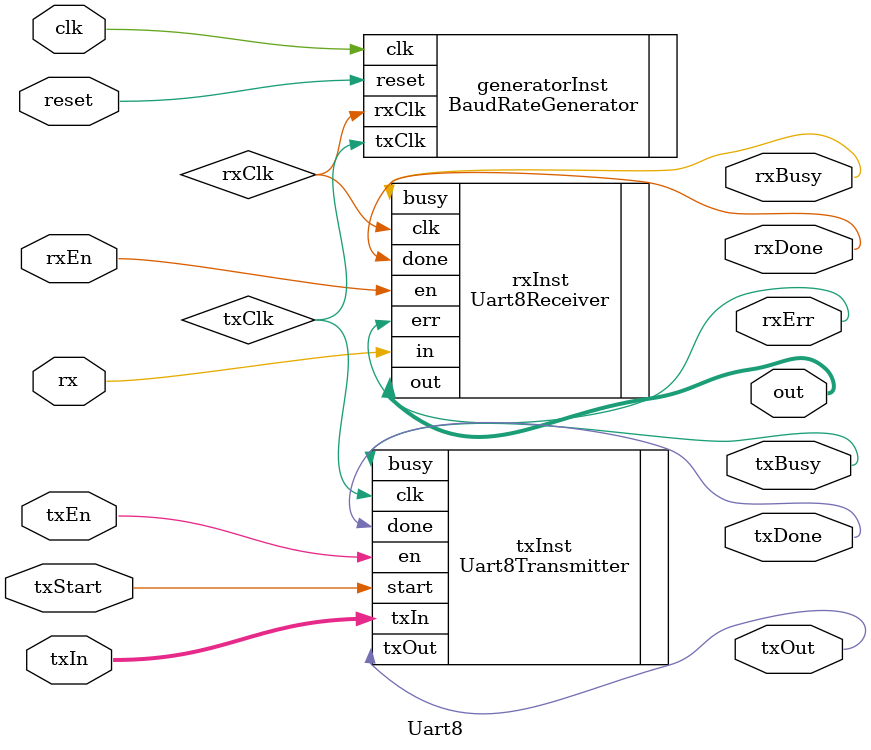
<source format=v>

/*
 * Simple 8-bit UART realization
 *
 * Able to transmit and receive 8 bits of serial data, one start bit,
 *   one stop bit
 */
module Uart8 #(
    parameter CLOCK_RATE   = 100000000, // board clock (default 100MHz)
    parameter BAUD_RATE    = 9600,
    parameter TURBO_FRAMES = 0          // see Uart8Transmitter
)(
    input wire clk, // board clock (*note: at the {CLOCK_RATE} rate)
    input wire reset,

    // rx interface
    input wire rxEn,
    input wire rx,
    output wire rxBusy,
    output wire rxDone,
    output wire rxErr,
    output wire [7:0] out,

    // tx interface
    input wire txEn,
    input wire txStart,
    input wire [7:0] txIn,
    output wire txBusy,
    output wire txDone,
    output wire txOut
);

// this value cannot be changed in the current implementation
parameter RX_OVERSAMPLE_RATE = 16;

wire rxClk;
wire txClk;

BaudRateGenerator #(
    .CLOCK_RATE(CLOCK_RATE),
    .BAUD_RATE(BAUD_RATE),
    .RX_OVERSAMPLE_RATE(RX_OVERSAMPLE_RATE)
) generatorInst (
    .clk(clk),
    .reset(reset),
    .rxClk(rxClk),
    .txClk(txClk)
);

Uart8Receiver rxInst (
    .clk(rxClk),
    .en(rxEn),
    .in(rx),
    .busy(rxBusy),
    .done(rxDone),
    .err(rxErr),
    .out(out)
);

Uart8Transmitter #(
    .TURBO_FRAMES(TURBO_FRAMES)
) txInst (
    .clk(txClk),
    .en(txEn),
    .start(txStart),
    .txIn(txIn),
    .busy(txBusy),
    .done(txDone),
    .txOut(txOut)
);

endmodule

</source>
